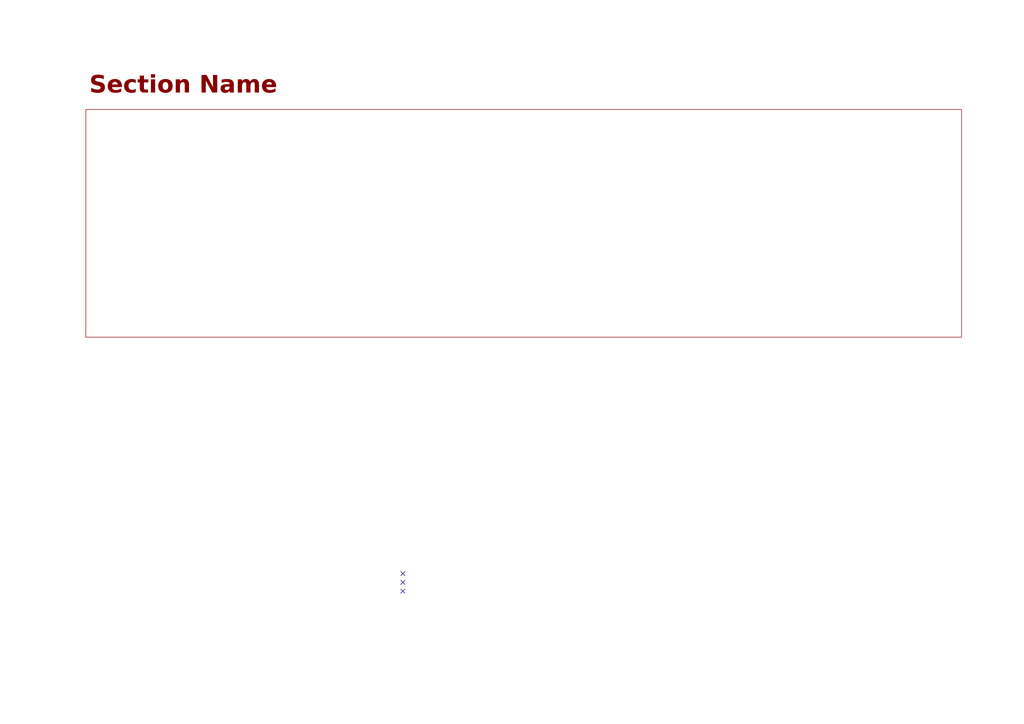
<source format=kicad_sch>
(kicad_sch
	(version 20250114)
	(generator "eeschema")
	(generator_version "9.0")
	(uuid "7ab40a85-baa6-4582-adfb-7f57f0ad2747")
	(paper "A4")
	(title_block
		(date "2025-04-06")
	)
	(lib_symbols)
	(rectangle
		(start 24.892 31.75)
		(end 278.892 97.79)
		(stroke
			(width 0)
			(type solid)
			(color 132 0 0 1)
		)
		(fill
			(type none)
		)
		(uuid 7f3e78e9-dd4b-469d-9f02-6a049eefe88a)
	)
	(text "Section Name\n"
		(exclude_from_sim no)
		(at 25.908 29.21 0)
		(effects
			(font
				(face "Agency FB")
				(size 5 5)
				(bold yes)
				(color 132 0 0 1)
			)
			(justify left bottom)
		)
		(uuid "9dc4004f-db9a-48c3-9d6e-188b03217eb9")
	)
	(no_connect
		(at 116.84 168.91)
		(uuid "18a002ab-f3bf-4f24-b6f1-b5a1e406c5c7")
	)
	(no_connect
		(at 116.84 166.37)
		(uuid "b36f8fd0-f085-4155-9d0d-03f8f1cd39b7")
	)
	(no_connect
		(at 116.84 171.45)
		(uuid "db547855-00fc-4fd4-9daf-a9d2eec7278d")
	)
)

</source>
